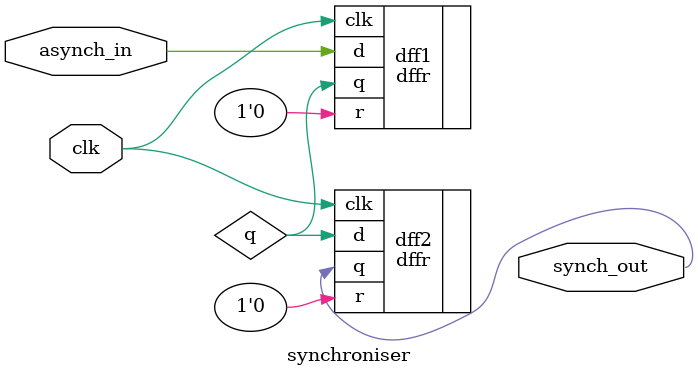
<source format=v>
module synchroniser(asynch_in,synch_out,clk);
//Declaration of the ports
input asynch_in,clk;
output synch_out;
//Achievement
wire q;
dffr dff1(.d(asynch_in),.r(1'b0),.clk(clk),.q(q));
dffr dff2(.d(q),.r(1'b0),.clk(clk),.q(synch_out));

endmodule

</source>
